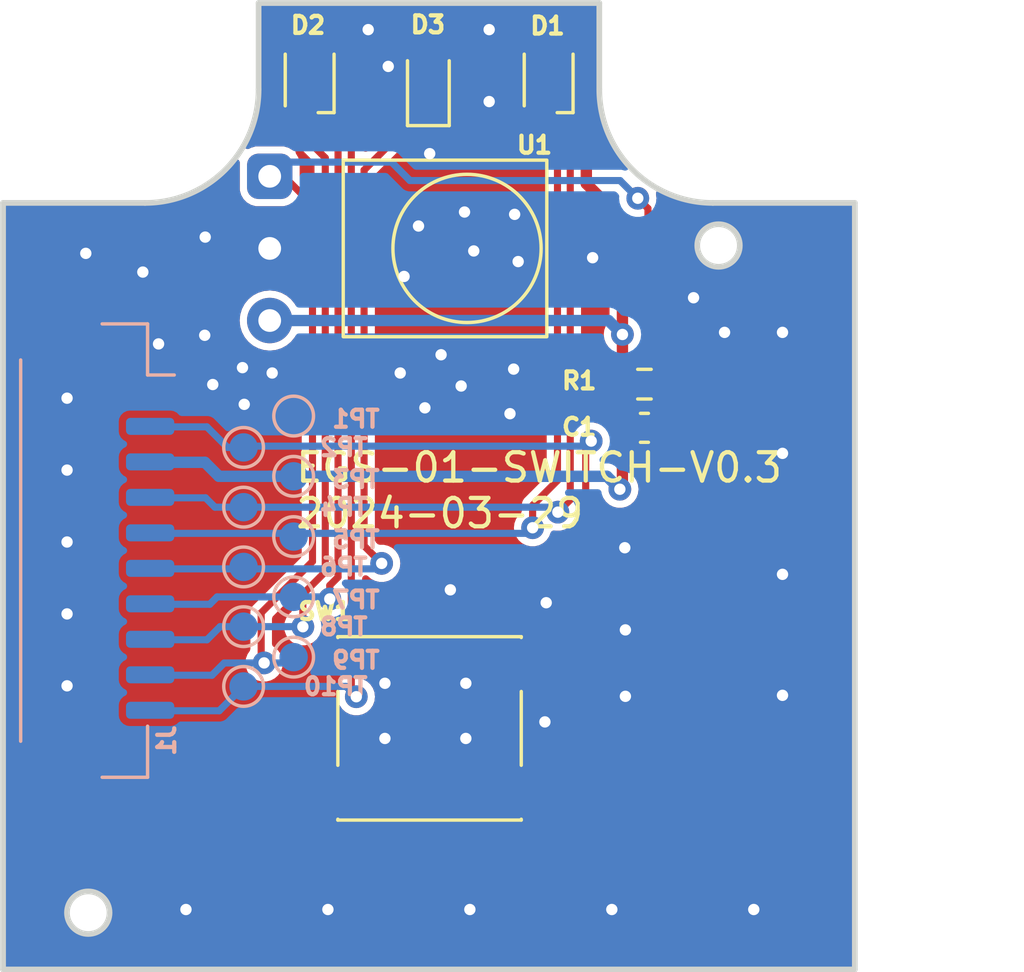
<source format=kicad_pcb>
(kicad_pcb (version 20240108) (generator "pcbnew") (generator_version "8.0")
  (title_block (title "EGS-01-Switch") (date "2024-03-29") (rev "V0.3") (comment 1 "34x30x1.6mm 黑油白字，无铅喷锡"))
  (layers (0 "F.Cu" signal) (31 "B.Cu" signal) (34 "B.Paste" user) (35 "F.Paste" user) (36 "B.SilkS" user "B.Silkscreen") (37 "F.SilkS" user "F.Silkscreen") (38 "B.Mask" user) (39 "F.Mask" user) (44 "Edge.Cuts" user))
  (net 0 "")
  (net 1 "+3V3")
  (net 2 "GND")
  (net 3 "/IR_OUT")
  (net 4 "/RED")
  (net 5 "/BLUE")
  (net 6 "/CHG_DONE_LED")
  (net 7 "/CHG_ON_LED")
  (net 8 "VCC")
  (net 9 "/LED_WHITE")
  (net 10 "/START")
  (footprint "Ovo_Button_Switch_SMD:SW_Push_1P1T_NO_6x6mm_H4.5mm" (layer "F.Cu") (at 160.958 99.462)
    (property "Reference" "SW1" (at -3.684 -4.12 0) (layer "F.SilkS") (effects (font (size 0.6 0.6))))
    (property "Value" "6x6x4.5mm")
    (fp_line (start -3.23 -3.23) (end 3.23 -3.23) (stroke (width 0.12)) (layer "F.SilkS"))
    (fp_line (start -3.23 -3.2) (end -3.23 -3.23) (stroke (width 0.12)) (layer "F.SilkS"))
    (fp_line (start -3.23 -1.3) (end -3.23 1.3) (stroke (width 0.12)) (layer "F.SilkS"))
    (fp_line (start -3.23 3.23) (end -3.23 3.2) (stroke (width 0.12)) (layer "F.SilkS"))
    (fp_line (start -3.23 3.23) (end 3.23 3.23) (stroke (width 0.12)) (layer "F.SilkS"))
    (fp_line (start 3.23 -3.23) (end 3.23 -3.2) (stroke (width 0.12)) (layer "F.SilkS"))
    (fp_line (start 3.23 -1.3) (end 3.23 1.3) (stroke (width 0.12)) (layer "F.SilkS"))
    (fp_line (start 3.23 3.23) (end 3.23 3.2) (stroke (width 0.12)) (layer "F.SilkS"))
    (pad "1" smd rect (at -3.975 -2.25) (size 1.55 1.3) (layers "F.Cu" "F.Paste" "F.Mask") (net 2 "GND"))
    (pad "1" smd rect (at 3.975 -2.25) (size 1.55 1.3) (layers "F.Cu" "F.Paste" "F.Mask") (net 2 "GND"))
    (pad "2" smd rect (at -3.975 2.25) (size 1.55 1.3) (layers "F.Cu" "F.Paste" "F.Mask") (net 10 "/START"))
    (pad "2" smd rect (at 3.975 2.25) (size 1.55 1.3) (layers "F.Cu" "F.Paste" "F.Mask") (net 10 "/START"))
  )
  (footprint "Ovo_LED_SMD:LED_Dual_1.6x1.5mm" (layer "F.Cu") (at 156.735 76.624 -90)
    (property "Reference" "D2" (at -1.928 0.058 0) (layer "F.SilkS") (effects (font (size 0.6 0.6))))
    (property "Value" "LED_Dual_Orange_Green_AKAK")
    (fp_line (start -0.91 0.86) (end 0.91 0.86) (stroke (width 0.12)) (layer "F.SilkS"))
    (fp_line (start -0.91 -0.86) (end 1.15 -0.86) (stroke (width 0.12)) (layer "F.SilkS"))
    (fp_line (start 1.15 -0.86) (end 1.15 -0.3) (stroke (width 0.12)) (layer "F.SilkS"))
    (pad "1" smd rect (at -0.625 0.425 270) (size 0.8 0.65) (layers "F.Cu" "F.Paste" "F.Mask") (net 8 "VCC"))
    (pad "2" smd rect (at 0.625 0.425 270) (size 0.8 0.65) (layers "F.Cu" "F.Paste" "F.Mask") (net 7 "/CHG_ON_LED"))
    (pad "3" smd rect (at -0.625 -0.425 270) (size 0.8 0.65) (layers "F.Cu" "F.Paste" "F.Mask") (net 8 "VCC"))
    (pad "4" smd rect (at 0.625 -0.425 270) (size 0.8 0.65) (layers "F.Cu" "F.Paste" "F.Mask") (net 6 "/CHG_DONE_LED"))
  )
  (footprint "LED_SMD:LED_0603_1608Metric" (layer "F.Cu") (at 160.916 76.746 90)
    (property "Reference" "D3" (at 2.069 -0.017 180) (layer "F.SilkS") (effects (font (size 0.6 0.6))))
    (property "Value" "WHLITE_LED")
    (fp_line (start 0.8 -0.735) (end -1.485 -0.735) (stroke (width 0.12)) (layer "F.SilkS"))
    (fp_line (start -1.485 -0.735) (end -1.485 0.735) (stroke (width 0.12)) (layer "F.SilkS"))
    (fp_line (start -1.485 0.735) (end 0.8 0.735) (stroke (width 0.12)) (layer "F.SilkS"))
    (pad "1" smd roundrect (at -0.7875 0 90) (size 0.875 0.95) (layers "F.Cu" "F.Paste" "F.Mask") (net 9 "/LED_WHITE"))
    (pad "2" smd roundrect (at 0.7875 0 90) (size 0.875 0.95) (layers "F.Cu" "F.Paste" "F.Mask") (net 1 "+3V3"))
  )
  (footprint "Resistor_SMD:R_0603_1608Metric" (layer "F.Cu") (at 168.527 87.338)
    (property "Reference" "R1" (at -2.297 -0.119 0) (layer "F.SilkS") (effects (font (size 0.6 0.6))))
    (property "Value" "10K/1%")
    (fp_line (start -0.237258 -0.5225) (end 0.237258 -0.5225) (stroke (width 0.12)) (layer "F.SilkS"))
    (fp_line (start -0.237258 0.5225) (end 0.237258 0.5225) (stroke (width 0.12)) (layer "F.SilkS"))
    (pad "1" smd roundrect (at -0.825 0) (size 0.8 0.95) (layers "F.Cu" "F.Paste" "F.Mask") (net 1 "+3V3"))
    (pad "2" smd roundrect (at 0.825 0) (size 0.8 0.95) (layers "F.Cu" "F.Paste" "F.Mask") (net 3 "/IR_OUT"))
  )
  (footprint "Capacitor_SMD:C_0603_1608Metric" (layer "F.Cu") (at 168.527 88.876)
    (property "Reference" "C1" (at -2.297 -0.025 0) (layer "F.SilkS") (effects (font (size 0.6 0.6))))
    (property "Value" "0.1uF")
    (fp_line (start -0.14058 -0.51) (end 0.14058 -0.51) (stroke (width 0.12)) (layer "F.SilkS"))
    (fp_line (start -0.14058 0.51) (end 0.14058 0.51) (stroke (width 0.12)) (layer "F.SilkS"))
    (pad "1" smd roundrect (at -0.775 0) (size 0.9 0.95) (layers "F.Cu" "F.Paste" "F.Mask") (net 1 "+3V3"))
    (pad "2" smd roundrect (at 0.775 0) (size 0.9 0.95) (layers "F.Cu" "F.Paste" "F.Mask") (net 2 "GND"))
  )
  (footprint "Ovo_LED_SMD:LED_Dual_1.6x1.5mm" (layer "F.Cu") (at 165.153 76.624 -90)
    (property "Reference" "D1" (at -1.905 0.04 0) (layer "F.SilkS") (effects (font (size 0.6 0.6))))
    (property "Value" "LED_Dual_Red_Blue_AKAK")
    (fp_line (start -0.91 0.86) (end 0.91 0.86) (stroke (width 0.12)) (layer "F.SilkS"))
    (fp_line (start -0.91 -0.86) (end 1.15 -0.86) (stroke (width 0.12)) (layer "F.SilkS"))
    (fp_line (start 1.15 -0.86) (end 1.15 -0.3) (stroke (width 0.12)) (layer "F.SilkS"))
    (pad "1" smd rect (at -0.625 0.425 270) (size 0.8 0.65) (layers "F.Cu" "F.Paste" "F.Mask") (net 1 "+3V3"))
    (pad "2" smd rect (at 0.625 0.425 270) (size 0.8 0.65) (layers "F.Cu" "F.Paste" "F.Mask") (net 4 "/RED"))
    (pad "3" smd rect (at -0.625 -0.425 270) (size 0.8 0.65) (layers "F.Cu" "F.Paste" "F.Mask") (net 1 "+3V3"))
    (pad "4" smd rect (at 0.625 -0.425 270) (size 0.8 0.65) (layers "F.Cu" "F.Paste" "F.Mask") (net 5 "/BLUE"))
  )
  (footprint "Ovo_OptoDevice:Everlight_IRM-3640CF45" (layer "F.Cu") (at 162.278 82.556705)
    (property "Reference" "U1" (at 2.375 -3.640705 0) (layer "F.SilkS") (effects (font (size 0.6 0.6))))
    (property "Value" "RMW-H3638T-B")
    (fp_rect (start -4.36 -3.11) (end 2.81 3.11) (stroke (width 0.12)) (fill none) (layer "F.SilkS"))
    (fp_circle (center 0 0) (end 2.61 0) (stroke (width 0.12)) (fill none) (layer "F.SilkS"))
    (pad "1" thru_hole roundrect (at -6.95 -2.54) (size 1.6 1.6) (drill 0.8) (layers "*.Cu" "*.Mask") (net 3 "/IR_OUT"))
    (pad "2" thru_hole circle (at -6.95 0) (size 1.6 1.6) (drill 0.8) (layers "*.Cu" "*.Mask") (net 2 "GND"))
    (pad "3" thru_hole circle (at -6.95 2.54) (size 1.6 1.6) (drill 0.8) (layers "*.Cu" "*.Mask") (net 1 "+3V3"))
  )
  (footprint "TestPoint:TestPoint_Pad_D1.0mm" (layer "B.Cu") (at 156.171 96.953 180)
    (property "Reference" "TP9" (at -2.192 -0.107 0) (layer "B.SilkS") (effects (font (size 0.6 0.6)) (justify mirror)))
    (property "Value" "IR_OUT")
    (fp_circle (center 0 0) (end 0 -0.7) (stroke (width 0.12)) (fill none) (layer "B.SilkS"))
    (pad "1" smd circle (at 0 0 180) (size 1 1) (layers "B.Cu" "B.Mask") (net 3 "/IR_OUT"))
  )
  (footprint "TestPoint:TestPoint_Pad_D1.0mm" (layer "B.Cu") (at 156.171 94.83 180)
    (property "Reference" "TP7" (at -2.192 -0.107 0) (layer "B.SilkS") (effects (font (size 0.6 0.6)) (justify mirror)))
    (property "Value" "DONE_LED")
    (fp_circle (center 0 0) (end 0 -0.7) (stroke (width 0.12)) (fill none) (layer "B.SilkS"))
    (pad "1" smd circle (at 0 0 180) (size 1 1) (layers "B.Cu" "B.Mask") (net 6 "/CHG_DONE_LED"))
  )
  (footprint "Connector_JST:JST_GH_BM10B-GHS-TBT_1x10-1MP_P1.25mm_Vertical" (layer "B.Cu") (at 149.166 93.2 -90)
    (property "Reference" "J1" (at 6.689 -2.529 90) (layer "B.SilkS") (effects (font (size 0.6 0.6)) (justify mirror)))
    (property "Value" "GH1.25MM/10ASMT")
    (fp_line (start 6.715 2.61) (end -6.715 2.61) (stroke (width 0.12)) (layer "B.SilkS"))
    (fp_line (start -7.985 -1.86) (end -7.985 -0.26) (stroke (width 0.12)) (layer "B.SilkS"))
    (fp_line (start -6.185 -1.86) (end -7.985 -1.86) (stroke (width 0.12)) (layer "B.SilkS"))
    (fp_line (start 6.185 -1.86) (end 7.985 -1.86) (stroke (width 0.12)) (layer "B.SilkS"))
    (fp_line (start 7.985 -1.86) (end 7.985 -0.26) (stroke (width 0.12)) (layer "B.SilkS"))
    (fp_line (start -6.185 -2.8) (end -6.185 -1.86) (stroke (width 0.12)) (layer "B.SilkS"))
    (pad "1" smd roundrect (at -5.625 -1.95 270) (size 0.6 1.7) (layers "B.Cu" "B.Paste" "B.Mask") (net 2 "GND"))
    (pad "2" smd roundrect (at -4.375 -1.95 270) (size 0.6 1.7) (layers "B.Cu" "B.Paste" "B.Mask") (net 10 "/START"))
    (pad "3" smd roundrect (at -3.125 -1.95 270) (size 0.6 1.7) (layers "B.Cu" "B.Paste" "B.Mask") (net 1 "+3V3"))
    (pad "4" smd roundrect (at -1.875 -1.95 270) (size 0.6 1.7) (layers "B.Cu" "B.Paste" "B.Mask") (net 5 "/BLUE"))
    (pad "5" smd roundrect (at -0.625 -1.95 270) (size 0.6 1.7) (layers "B.Cu" "B.Paste" "B.Mask") (net 4 "/RED"))
    (pad "6" smd roundrect (at 0.625 -1.95 270) (size 0.6 1.7) (layers "B.Cu" "B.Paste" "B.Mask") (net 9 "/LED_WHITE"))
    (pad "7" smd roundrect (at 1.875 -1.95 270) (size 0.6 1.7) (layers "B.Cu" "B.Paste" "B.Mask") (net 6 "/CHG_DONE_LED"))
    (pad "8" smd roundrect (at 3.125 -1.95 270) (size 0.6 1.7) (layers "B.Cu" "B.Paste" "B.Mask") (net 7 "/CHG_ON_LED"))
    (pad "9" smd roundrect (at 4.375 -1.95 270) (size 0.6 1.7) (layers "B.Cu" "B.Paste" "B.Mask") (net 3 "/IR_OUT"))
    (pad "10" smd roundrect (at 5.625 -1.95 270) (size 0.6 1.7) (layers "B.Cu" "B.Paste" "B.Mask") (net 8 "VCC"))
    (pad "MP" smd roundrect (at -7.475 1.4 270) (size 1 2.8) (layers "B.Cu" "B.Paste" "B.Mask") (net 2 "GND"))
    (pad "MP" smd roundrect (at 7.475 1.4 270) (size 1 2.8) (layers "B.Cu" "B.Paste" "B.Mask") (net 2 "GND"))
  )
  (footprint "TestPoint:TestPoint_Pad_D1.0mm" (layer "B.Cu") (at 154.408 89.566 180)
    (property "Reference" "TP2" (at -3.528715 -0.003 0) (layer "B.SilkS") (effects (font (size 0.6 0.6)) (justify mirror)))
    (property "Value" "START")
    (fp_circle (center 0 0) (end 0 -0.7) (stroke (width 0.12)) (fill none) (layer "B.SilkS"))
    (pad "1" smd circle (at 0 0 180) (size 1 1) (layers "B.Cu" "B.Mask") (net 10 "/START"))
  )
  (footprint "TestPoint:TestPoint_Pad_D1.0mm" (layer "B.Cu") (at 154.408 95.8795 180)
    (property "Reference" "TP8" (at -3.528715 -0.003 0) (layer "B.SilkS") (effects (font (size 0.6 0.6)) (justify mirror)))
    (property "Value" "ON_LED")
    (fp_circle (center 0 0) (end 0 -0.7) (stroke (width 0.12)) (fill none) (layer "B.SilkS"))
    (pad "1" smd circle (at 0 0 180) (size 1 1) (layers "B.Cu" "B.Mask") (net 7 "/CHG_ON_LED"))
  )
  (footprint "TestPoint:TestPoint_Pad_D1.0mm" (layer "B.Cu") (at 154.408 93.775 180)
    (property "Reference" "TP6" (at -3.528715 -0.003 0) (layer "B.SilkS") (effects (font (size 0.6 0.6)) (justify mirror)))
    (property "Value" "WHLITE_LED")
    (fp_circle (center 0 0) (end 0 -0.7) (stroke (width 0.12)) (fill none) (layer "B.SilkS"))
    (pad "1" smd circle (at 0 0 180) (size 1 1) (layers "B.Cu" "B.Mask") (net 9 "/LED_WHITE"))
  )
  (footprint "TestPoint:TestPoint_Pad_D1.0mm" (layer "B.Cu") (at 156.171 88.461 180)
    (property "Reference" "TP1" (at -2.192 -0.107 0) (layer "B.SilkS") (effects (font (size 0.6 0.6)) (justify mirror)))
    (property "Value" "GND")
    (fp_circle (center 0 0) (end 0 -0.7) (stroke (width 0.12)) (fill none) (layer "B.SilkS"))
    (pad "1" smd circle (at 0 0 180) (size 1 1) (layers "B.Cu" "B.Mask") (net 2 "GND"))
  )
  (footprint "TestPoint:TestPoint_Pad_D1.0mm" (layer "B.Cu") (at 154.408 97.984 180)
    (property "Reference" "TP10" (at -3.243 -0.003 0) (layer "B.SilkS") (effects (font (size 0.6 0.6)) (justify mirror)))
    (property "Value" "VCC")
    (fp_circle (center 0 0) (end 0 -0.7) (stroke (width 0.12)) (fill none) (layer "B.SilkS"))
    (pad "1" smd circle (at 0 0 180) (size 1 1) (layers "B.Cu" "B.Mask") (net 8 "VCC"))
  )
  (footprint "TestPoint:TestPoint_Pad_D1.0mm" (layer "B.Cu") (at 156.171 92.707 180)
    (property "Reference" "TP5" (at -2.192 -0.107 0) (layer "B.SilkS") (effects (font (size 0.6 0.6)) (justify mirror)))
    (property "Value" "RED")
    (fp_circle (center 0 0) (end 0 -0.7) (stroke (width 0.12)) (fill none) (layer "B.SilkS"))
    (pad "1" smd circle (at 0 0 180) (size 1 1) (layers "B.Cu" "B.Mask") (net 4 "/RED"))
  )
  (footprint "TestPoint:TestPoint_Pad_D1.0mm" (layer "B.Cu") (at 154.408 91.6705 180)
    (property "Reference" "TP4" (at -3.528715 -0.003 0) (layer "B.SilkS") (effects (font (size 0.6 0.6)) (justify mirror)))
    (property "Value" "BLUE")
    (fp_circle (center 0 0) (end 0 -0.7) (stroke (width 0.12)) (fill none) (layer "B.SilkS"))
    (pad "1" smd circle (at 0 0 180) (size 1 1) (layers "B.Cu" "B.Mask") (net 5 "/BLUE"))
  )
  (footprint "TestPoint:TestPoint_Pad_D1.0mm" (layer "B.Cu") (at 156.171 90.584 180)
    (property "Reference" "TP3" (at -2.192 -0.107 0) (layer "B.SilkS") (effects (font (size 0.6 0.6)) (justify mirror)))
    (property "Value" "3V3")
    (fp_circle (center 0 0) (end 0 -0.7) (stroke (width 0.12)) (fill none) (layer "B.SilkS"))
    (pad "1" smd circle (at 0 0 180) (size 1 1) (layers "B.Cu" "B.Mask") (net 1 "+3V3"))
  )
  (gr_line (start 175.937 80.954) (end 170.937 80.954) (stroke (width 0.2)) (layer "Edge.Cuts"))
  (gr_circle (center 148.937 105.954) (end 149.687 105.954) (stroke (width 0.2)) (fill none) (layer "Edge.Cuts"))
  (gr_line (start 145.937 80.954) (end 145.937 107.954) (stroke (width 0.2)) (layer "Edge.Cuts"))
  (gr_circle (center 171.137 82.454) (end 171.887 82.454) (stroke (width 0.2)) (fill none) (layer "Edge.Cuts"))
  (gr_line (start 175.937 107.954) (end 175.937 80.955) (stroke (width 0.2)) (layer "Edge.Cuts"))
  (gr_arc (start 170.937 80.954) (mid 168.108573 79.782427) (end 166.937 76.954) (stroke (width 0.2)) (layer "Edge.Cuts"))
  (gr_arc (start 154.937 76.954) (mid 153.765427 79.782427) (end 150.937 80.954) (stroke (width 0.2)) (layer "Edge.Cuts"))
  (gr_line (start 145.937 107.954) (end 175.935 107.954) (stroke (width 0.2)) (layer "Edge.Cuts"))
  (gr_line (start 150.937 80.954) (end 145.937 80.954) (stroke (width 0.2)) (layer "Edge.Cuts"))
  (gr_line (start 154.937 73.914106) (end 166.937 73.914106) (stroke (width 0.2)) (layer "Edge.Cuts"))
  (gr_line (start 154.937 76.954) (end 154.937 73.914106) (stroke (width 0.2)) (layer "Edge.Cuts"))
  (gr_line (start 166.937 73.914106) (end 166.937 76.954) (stroke (width 0.2)) (layer "Edge.Cuts"))
  (gr_text "EGS-01-SWITCH-${REVISION}\n${ISSUE_DATE}" (at 156.171 91.084 0) (layer "F.SilkS") (effects (font (size 1 1)) (justify left)))
  (segment (start 167.661 91.039) (end 167.752 90.948) (width 0.4) (layer "F.Cu") (net 1))
  (segment (start 167.752 90.948) (end 167.752 85.588) (width 0.4) (layer "F.Cu") (net 1))
  (segment (start 166.48 80.275) (end 166.48 76.624) (width 0.4) (layer "F.Cu") (net 1))
  (segment (start 166.48 76.624) (end 165.855 75.999) (width 0.4) (layer "F.Cu") (net 1))
  (segment (start 167.752 81.547) (end 166.48 80.275) (width 0.4) (layer "F.Cu") (net 1))
  (segment (start 167.752 85.588) (end 167.752 81.547) (width 0.4) (layer "F.Cu") (net 1))
  (segment (start 160.9565 75.999) (end 165.578 75.999) (width 0.4) (layer "F.Cu") (net 1))
  (segment (start 165.855 75.999) (end 165.578 75.999) (width 0.4) (layer "F.Cu") (net 1))
  (via (at 167.752 85.588) (size 0.8) (drill 0.4) (layers "F.Cu" "B.Cu") (net 1))
  (via (at 167.661 91.039) (size 0.8) (drill 0.4) (layers "F.Cu" "B.Cu") (net 1))
  (segment (start 155.323 90.584) (end 156.171 90.584) (width 0.25) (layer "B.Cu") (net 1))
  (segment (start 167.260705 85.096705) (end 155.328 85.096705) (width 0.4) (layer "B.Cu") (net 1))
  (segment (start 150.984 90.091) (end 153.045 90.091) (width 0.4) (layer "B.Cu") (net 1))
  (segment (start 167.206 90.584) (end 155.323 90.584) (width 0.4) (layer "B.Cu") (net 1))
  (segment (start 153.538 90.584) (end 155.323 90.584) (width 0.4) (layer "B.Cu") (net 1))
  (segment (start 167.661 91.039) (end 167.206 90.584) (width 0.4) (layer "B.Cu") (net 1))
  (segment (start 167.752 85.588) (end 167.260705 85.096705) (width 0.4) (layer "B.Cu") (net 1))
  (segment (start 153.045 90.091) (end 153.538 90.584) (width 0.4) (layer "B.Cu") (net 1))
  (via (at 151.413 85.92) (size 0.8) (drill 0.4) (layers "F.Cu" "B.Cu") (net 2))
  (via (at 173.39 85.514) (size 0.8) (drill 0.4) (layers "F.Cu" "B.Cu") (net 2))
  (via (at 163.058 77.384) (size 0.8) (drill 0.4) (layers "F.Cu" "B.Cu") (net 2))
  (via (at 154.369 86.756) (size 0.8) (drill 0.4) (layers "F.Cu" "B.Cu") (net 2))
  (via (at 162.071 87.403) (size 0.8) (drill 0.4) (layers "F.Cu" "B.Cu") (net 2))
  (via (at 162.378 105.842) (size 0.8) (drill 0.4) (layers "F.Cu" "B.Cu") (net 2))
  (via (at 170.257 84.294) (size 0.8) (drill 0.4) (layers "F.Cu" "B.Cu") (net 2))
  (via (at 148.19 87.832) (size 0.8) (drill 0.4) (layers "F.Cu" "B.Cu") (net 2))
  (via (at 162.236 97.874) (size 0.8) (drill 0.4) (layers "F.Cu" "B.Cu") (net 2))
  (via (at 165.021 99.234) (size 0.8) (drill 0.4) (layers "F.Cu" "B.Cu") (net 2))
  (via (at 160.963 79.219) (size 0.8) (drill 0.4) (layers "F.Cu" "B.Cu") (net 2))
  (via (at 162.19 81.275) (size 0.8) (drill 0.4) (layers "F.Cu" "B.Cu") (net 2))
  (via (at 166.702 82.884) (size 0.8) (drill 0.4) (layers "F.Cu" "B.Cu") (net 2))
  (via (at 160.06 83.544) (size 0.8) (drill 0.4) (layers "F.Cu" "B.Cu") (net 2))
  (via (at 163.058 74.85) (size 0.8) (drill 0.4) (layers "F.Cu" "B.Cu") (net 2))
  (via (at 150.859 83.39) (size 0.8) (drill 0.4) (layers "F.Cu" "B.Cu") (net 2))
  (via (at 167.856 98.333) (size 0.8) (drill 0.4) (layers "F.Cu" "B.Cu") (net 2))
  (via (at 148.19 97.963) (size 0.8) (drill 0.4) (layers "F.Cu" "B.Cu") (net 2))
  (via (at 153.322 87.351) (size 0.8) (drill 0.4) (layers "F.Cu" "B.Cu") (net 2))
  (via (at 172.378 105.842) (size 0.8) (drill 0.4) (layers "F.Cu" "B.Cu") (net 2))
  (via (at 161.364 86.302) (size 0.8) (drill 0.4) (layers "F.Cu" "B.Cu") (net 2))
  (via (at 155.415 86.945) (size 0.8) (drill 0.4) (layers "F.Cu" "B.Cu") (net 2))
  (via (at 154.431 88.049) (size 0.8) (drill 0.4) (layers "F.Cu" "B.Cu") (net 2))
  (via (at 162.236 99.817) (size 0.8) (drill 0.4) (layers "F.Cu" "B.Cu") (net 2))
  (via (at 167.856 95.993) (size 0.8) (drill 0.4) (layers "F.Cu" "B.Cu") (net 2))
  (via (at 167.835 93.099) (size 0.8) (drill 0.4) (layers "F.Cu" "B.Cu") (net 2))
  (via (at 148.85 82.731) (size 0.8) (drill 0.4) (layers "F.Cu" "B.Cu") (net 2))
  (via (at 157.378 105.842) (size 0.8) (drill 0.4) (layers "F.Cu" "B.Cu") (net 2))
  (via (at 148.19 95.43025) (size 0.8) (drill 0.4) (layers "F.Cu" "B.Cu") (net 2))
  (via (at 161.691 94.582) (size 0.8) (drill 0.4) (layers "F.Cu" "B.Cu") (net 2))
  (via (at 148.19 92.8975) (size 0.8) (drill 0.4) (layers "F.Cu" "B.Cu") (net 2))
  (via (at 159.386 99.817) (size 0.8) (drill 0.4) (layers "F.Cu" "B.Cu") (net 2))
  (via (at 153.039 85.617) (size 0.8) (drill 0.4) (layers "F.Cu" "B.Cu") (net 2))
  (via (at 164.079 83.02) (size 0.8) (drill 0.4) (layers "F.Cu" "B.Cu") (net 2))
  (via (at 162.515 82.646) (size 0.8) (drill 0.4) (layers "F.Cu" "B.Cu") (net 2))
  (via (at 158.797 74.85) (size 0.8) (drill 0.4) (layers "F.Cu" "B.Cu") (net 2))
  (via (at 163.791 88.378) (size 0.8) (drill 0.4) (layers "F.Cu" "B.Cu") (net 2))
  (via (at 160.794 88.172) (size 0.8) (drill 0.4) (layers "F.Cu" "B.Cu") (net 2))
  (via (at 159.925 86.945) (size 0.8) (drill 0.4) (layers "F.Cu" "B.Cu") (net 2))
  (via (at 163.92 86.808) (size 0.8) (drill 0.4) (layers "F.Cu" "B.Cu") (net 2))
  (via (at 159.386 97.874) (size 0.8) (drill 0.4) (layers "F.Cu" "B.Cu") (net 2))
  (via (at 171.349 85.514) (size 0.8) (drill 0.4) (layers "F.Cu" "B.Cu") (net 2))
  (via (at 173.39 89.775333) (size 0.8) (drill 0.4) (layers "F.Cu" "B.Cu") (net 2))
  (via (at 173.39 98.298) (size 0.8) (drill 0.4) (layers "F.Cu" "B.Cu") (net 2))
  (via (at 152.378 105.842) (size 0.8) (drill 0.4) (layers "F.Cu" "B.Cu") (net 2))
  (via (at 173.39 94.036666) (size 0.8) (drill 0.4) (layers "F.Cu" "B.Cu") (net 2))
  (via (at 160.569 81.768) (size 0.8) (drill 0.4) (layers "F.Cu" "B.Cu") (net 2))
  (via (at 165.067 95.036) (size 0.8) (drill 0.4) (layers "F.Cu" "B.Cu") (net 2))
  (via (at 148.19 90.36475) (size 0.8) (drill 0.4) (layers "F.Cu" "B.Cu") (net 2))
  (via (at 167.378 105.842) (size 0.8) (drill 0.4) (layers "F.Cu" "B.Cu") (net 2))
  (via (at 163.955 81.357) (size 0.8) (drill 0.4) (layers "F.Cu" "B.Cu") (net 2))
  (via (at 159.503 76.146) (size 0.8) (drill 0.4) (layers "F.Cu" "B.Cu") (net 2))
  (via (at 153.056 82.158) (size 0.8) (drill 0.4) (layers "F.Cu" "B.Cu") (net 2))
  (segment (start 168.651 86.637) (end 169.352 87.338) (width 0.25) (layer "F.Cu") (net 3))
  (segment (start 156.835 93.583) (end 156.835 81.023705) (width 0.25) (layer "F.Cu") (net 3))
  (segment (start 155.027365 95.390635) (end 156.835 93.583) (width 0.25) (layer "F.Cu") (net 3))
  (segment (start 155.13153 97.156105) (end 155.027365 97.05194) (width 0.25) (layer "F.Cu") (net 3))
  (segment (start 155.027365 97.05194) (end 155.027365 95.390635) (width 0.25) (layer "F.Cu") (net 3))
  (segment (start 168.651 81.149) (end 168.651 86.637) (width 0.25) (layer "F.Cu") (net 3))
  (segment (start 168.2925 80.7905) (end 168.651 81.149) (width 0.25) (layer "F.Cu") (net 3))
  (segment (start 156.835 81.023705) (end 155.328 79.516705) (width 0.25) (layer "F.Cu") (net 3))
  (via (at 155.13153 97.156105) (size 0.8) (drill 0.4) (layers "F.Cu" "B.Cu") (net 3))
  (via (at 168.2925 80.7905) (size 0.8) (drill 0.4) (layers "F.Cu" "B.Cu") (net 3))
  (segment (start 155.828 79.516705) (end 155.328 80.016705) (width 0.25) (layer "B.Cu") (net 3))
  (segment (start 153.725 97.159) (end 155.965 97.159) (width 0.25) (layer "B.Cu") (net 3))
  (segment (start 168.2925 80.7905) (end 167.668 80.166) (width 0.25) (layer "B.Cu") (net 3))
  (segment (start 160.268 80.166) (end 159.618705 79.516705) (width 0.25) (layer "B.Cu") (net 3))
  (segment (start 150.984 97.591) (end 153.293 97.591) (width 0.25) (layer "B.Cu") (net 3))
  (segment (start 159.618705 79.516705) (end 155.828 79.516705) (width 0.25) (layer "B.Cu") (net 3))
  (segment (start 155.965 97.159) (end 156.171 96.953) (width 0.25) (layer "B.Cu") (net 3))
  (segment (start 167.668 80.166) (end 160.268 80.166) (width 0.25) (layer "B.Cu") (net 3))
  (segment (start 153.293 97.591) (end 153.725 97.159) (width 0.25) (layer "B.Cu") (net 3))
  (segment (start 164.588222 92.395) (end 164.588222 91.606778) (width 0.25) (layer "F.Cu") (net 4))
  (segment (start 164.728 77.932) (end 164.728 77.249) (width 0.25) (layer "F.Cu") (net 4))
  (segment (start 165.464 90.731) (end 165.464 78.668) (width 0.25) (layer "F.Cu") (net 4))
  (segment (start 164.588222 91.606778) (end 165.464 90.731) (width 0.25) (layer "F.Cu") (net 4))
  (segment (start 165.464 78.668) (end 164.728 77.932) (width 0.25) (layer "F.Cu") (net 4))
  (via (at 164.588222 92.395) (size 0.8) (drill 0.4) (layers "F.Cu" "B.Cu") (net 4))
  (segment (start 164.390222 92.593) (end 150.986 92.593) (width 0.25) (layer "B.Cu") (net 4))
  (segment (start 150.986 92.593) (end 150.984 92.591) (width 0.25) (layer "B.Cu") (net 4))
  (segment (start 164.588222 92.395) (end 164.390222 92.593) (width 0.25) (layer "B.Cu") (net 4))
  (segment (start 165.477 91.846) (end 165.914 91.409) (width 0.25) (layer "F.Cu") (net 5))
  (segment (start 165.578 78.145604) (end 165.578 77.249) (width 0.25) (layer "F.Cu") (net 5))
  (segment (start 165.914 91.409) (end 165.914 78.481604) (width 0.25) (layer "F.Cu") (net 5))
  (segment (start 165.914 78.481604) (end 165.578 78.145604) (width 0.25) (layer "F.Cu") (net 5))
  (via (at 165.477 91.846) (size 0.8) (drill 0.4) (layers "F.Cu" "B.Cu") (net 5))
  (segment (start 165.477 91.846) (end 165.3015 91.6705) (width 0.25) (layer "B.Cu") (net 5))
  (segment (start 153.3975 91.6705) (end 154.408 91.6705) (width 0.25) (layer "B.Cu") (net 5))
  (segment (start 150.984 91.341) (end 153.068 91.341) (width 0.25) (layer "B.Cu") (net 5))
  (segment (start 165.3015 91.6705) (end 154.408 91.6705) (width 0.25) (layer "B.Cu") (net 5))
  (segment (start 153.068 91.341) (end 153.3975 91.6705) (width 0.25) (layer "B.Cu") (net 5))
  (segment (start 157.735 78.669) (end 157.16 78.094) (width 0.25) (layer "F.Cu") (net 6))
  (segment (start 157.735 94.133958) (end 157.735 78.669) (width 0.25) (layer "F.Cu") (net 6))
  (segment (start 157.16 78.094) (end 157.16 77.249) (width 0.25) (layer "F.Cu") (net 6))
  (segment (start 157.444 94.903) (end 157.444 94.424958) (width 0.25) (layer "F.Cu") (net 6))
  (segment (start 157.444 94.424958) (end 157.735 94.133958) (width 0.25) (layer "F.Cu") (net 6))
  (via (at 157.444 94.903) (size 0.8) (drill 0.4) (layers "F.Cu" "B.Cu") (net 6))
  (segment (start 153.477 94.83) (end 156.171 94.83) (width 0.25) (layer "B.Cu") (net 6))
  (segment (start 150.984 95.091) (end 153.216 95.091) (width 0.25) (layer "B.Cu") (net 6))
  (segment (start 157.371 94.83) (end 156.171 94.83) (width 0.25) (layer "B.Cu") (net 6))
  (segment (start 153.216 95.091) (end 153.477 94.83) (width 0.25) (layer "B.Cu") (net 6))
  (segment (start 156.31 78.392) (end 156.31 77.249) (width 0.25) (layer "F.Cu") (net 7))
  (segment (start 156.495281 94.737281) (end 157.285 93.947562) (width 0.25) (layer "F.Cu") (net 7))
  (segment (start 157.285 93.947562) (end 157.285 79.367) (width 0.25) (layer "F.Cu") (net 7))
  (segment (start 156.495281 95.881117) (end 156.495281 94.737281) (width 0.25) (layer "F.Cu") (net 7))
  (segment (start 157.285 79.367) (end 156.31 78.392) (width 0.25) (layer "F.Cu") (net 7))
  (via (at 156.495281 95.881117) (size 0.8) (drill 0.4) (layers "F.Cu" "B.Cu") (net 7))
  (segment (start 150.984 96.341) (end 153.118 96.341) (width 0.25) (layer "B.Cu") (net 7))
  (segment (start 156.493664 95.8795) (end 154.408 95.8795) (width 0.25) (layer "B.Cu") (net 7))
  (segment (start 156.495281 95.881117) (end 156.493664 95.8795) (width 0.25) (layer "B.Cu") (net 7))
  (segment (start 153.5795 95.8795) (end 154.408 95.8795) (width 0.25) (layer "B.Cu") (net 7))
  (segment (start 153.118 96.341) (end 153.5795 95.8795) (width 0.25) (layer "B.Cu") (net 7))
  (segment (start 156.31 75.999) (end 157.16 75.999) (width 0.25) (layer "F.Cu") (net 8))
  (segment (start 158.378 98.347) (end 158.202 98.171) (width 0.25) (layer "F.Cu") (net 8))
  (segment (start 158.202 76.797) (end 157.404 75.999) (width 0.25) (layer "F.Cu") (net 8))
  (segment (start 157.404 75.999) (end 157.16 75.999) (width 0.25) (layer "F.Cu") (net 8))
  (segment (start 158.202 98.171) (end 158.202 76.797) (width 0.25) (layer "F.Cu") (net 8))
  (via (at 158.378 98.347) (size 0.8) (drill 0.4) (layers "F.Cu" "B.Cu") (net 8))
  (segment (start 153.551 98.841) (end 154.408 97.984) (width 0.25) (layer "B.Cu") (net 8))
  (segment (start 158.015 97.984) (end 154.408 97.984) (width 0.25) (layer "B.Cu") (net 8))
  (segment (start 158.378 98.347) (end 158.015 97.984) (width 0.25) (layer "B.Cu") (net 8))
  (segment (start 150.984 98.841) (end 153.551 98.841) (width 0.25) (layer "B.Cu") (net 8))
  (segment (start 159.271 93.651) (end 158.652 93.032) (width 0.25) (layer "F.Cu") (net 9))
  (segment (start 158.652 79.7975) (end 160.916 77.5335) (width 0.25) (layer "F.Cu") (net 9))
  (segment (start 158.652 93.032) (end 158.652 79.7975) (width 0.25) (layer "F.Cu") (net 9))
  (via (at 159.271 93.651) (size 0.8) (drill 0.4) (layers "F.Cu" "B.Cu") (net 9))
  (segment (start 159.271 93.651) (end 159.079 93.843) (width 0.25) (layer "B.Cu") (net 9))
  (segment (start 159.079 93.843) (end 150.986 93.843) (width 0.25) (layer "B.Cu") (net 9))
  (segment (start 150.986 93.843) (end 150.984 93.841) (width 0.25) (layer "B.Cu") (net 9))
  (segment (start 166.458 100.187) (end 164.933 101.712) (width 0.25) (layer "F.Cu") (net 10))
  (segment (start 166.458 89.537) (end 166.458 100.187) (width 0.25) (layer "F.Cu") (net 10))
  (segment (start 156.983 101.712) (end 164.933 101.712) (width 0.25) (layer "F.Cu") (net 10))
  (segment (start 166.652 89.343) (end 166.458 89.537) (width 0.25) (layer "F.Cu") (net 10))
  (via (at 166.652 89.343) (size 0.8) (drill 0.4) (layers "F.Cu" "B.Cu") (net 10))
  (segment (start 150.984 88.841) (end 153.114 88.841) (width 0.25) (layer "B.Cu") (net 10))
  (segment (start 153.114 88.841) (end 153.839 89.566) (width 0.25) (layer "B.Cu") (net 10))
  (segment (start 154.453 89.521) (end 154.408 89.566) (width 0.25) (layer "B.Cu") (net 10))
  (segment (start 166.652 89.343) (end 166.474 89.521) (width 0.25) (layer "B.Cu") (net 10))
  (segment (start 166.474 89.521) (end 154.453 89.521) (width 0.25) (layer "B.Cu") (net 10))
  (segment (start 153.839 89.566) (end 154.408 89.566) (width 0.25) (layer "B.Cu") (net 10))
  (zone (net 2) (net_name "GND") (layers "F&B.Cu") (connect_pads yes (clearance 0.254)) (min_thickness 0.25) (fill yes (thermal_gap 0.5) (thermal_bridge_width 0.5))
    (polygon (pts (xy 145.949 73.863) (xy 176.963 73.863) (xy 177.008 73.908) (xy 177.008 108.016) (xy 145.951 108.016) (xy 145.949 108.014)))
  )
)
</source>
